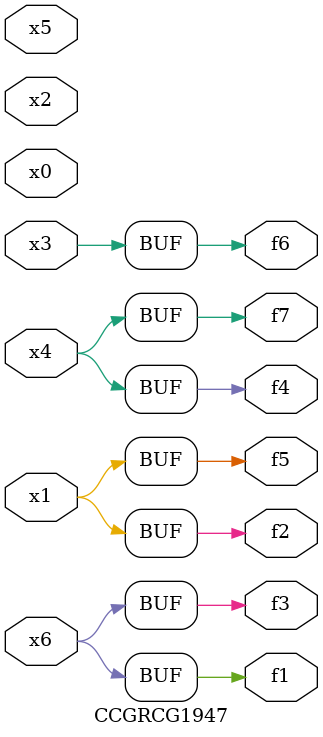
<source format=v>
module CCGRCG1947(
	input x0, x1, x2, x3, x4, x5, x6,
	output f1, f2, f3, f4, f5, f6, f7
);
	assign f1 = x6;
	assign f2 = x1;
	assign f3 = x6;
	assign f4 = x4;
	assign f5 = x1;
	assign f6 = x3;
	assign f7 = x4;
endmodule

</source>
